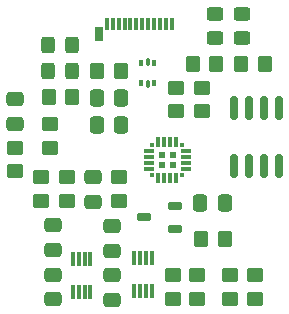
<source format=gbr>
%TF.GenerationSoftware,KiCad,Pcbnew,9.0.4*%
%TF.CreationDate,2025-09-03T14:58:50+05:30*%
%TF.ProjectId,usb-c serieal kicad,7573622d-6320-4736-9572-6965616c206b,rev?*%
%TF.SameCoordinates,Original*%
%TF.FileFunction,Paste,Top*%
%TF.FilePolarity,Positive*%
%FSLAX46Y46*%
G04 Gerber Fmt 4.6, Leading zero omitted, Abs format (unit mm)*
G04 Created by KiCad (PCBNEW 9.0.4) date 2025-09-03 14:58:50*
%MOMM*%
%LPD*%
G01*
G04 APERTURE LIST*
G04 Aperture macros list*
%AMRoundRect*
0 Rectangle with rounded corners*
0 $1 Rounding radius*
0 $2 $3 $4 $5 $6 $7 $8 $9 X,Y pos of 4 corners*
0 Add a 4 corners polygon primitive as box body*
4,1,4,$2,$3,$4,$5,$6,$7,$8,$9,$2,$3,0*
0 Add four circle primitives for the rounded corners*
1,1,$1+$1,$2,$3*
1,1,$1+$1,$4,$5*
1,1,$1+$1,$6,$7*
1,1,$1+$1,$8,$9*
0 Add four rect primitives between the rounded corners*
20,1,$1+$1,$2,$3,$4,$5,0*
20,1,$1+$1,$4,$5,$6,$7,0*
20,1,$1+$1,$6,$7,$8,$9,0*
20,1,$1+$1,$8,$9,$2,$3,0*%
G04 Aperture macros list end*
%ADD10R,0.700000X1.150000*%
%ADD11R,0.380000X1.000000*%
%ADD12RoundRect,0.250000X0.450000X-0.325000X0.450000X0.325000X-0.450000X0.325000X-0.450000X-0.325000X0*%
%ADD13RoundRect,0.250000X0.325000X0.450000X-0.325000X0.450000X-0.325000X-0.450000X0.325000X-0.450000X0*%
%ADD14RoundRect,0.250000X-0.475000X0.337500X-0.475000X-0.337500X0.475000X-0.337500X0.475000X0.337500X0*%
%ADD15RoundRect,0.250000X-0.450000X0.350000X-0.450000X-0.350000X0.450000X-0.350000X0.450000X0.350000X0*%
%ADD16RoundRect,0.250000X0.475000X-0.337500X0.475000X0.337500X-0.475000X0.337500X-0.475000X-0.337500X0*%
%ADD17RoundRect,0.087500X0.087500X-0.537500X0.087500X0.537500X-0.087500X0.537500X-0.087500X-0.537500X0*%
%ADD18RoundRect,0.250000X0.450000X-0.350000X0.450000X0.350000X-0.450000X0.350000X-0.450000X-0.350000X0*%
%ADD19RoundRect,0.250000X-0.350000X-0.450000X0.350000X-0.450000X0.350000X0.450000X-0.350000X0.450000X0*%
%ADD20RoundRect,0.250000X0.337500X0.475000X-0.337500X0.475000X-0.337500X-0.475000X0.337500X-0.475000X0*%
%ADD21RoundRect,0.250000X0.350000X0.450000X-0.350000X0.450000X-0.350000X-0.450000X0.350000X-0.450000X0*%
%ADD22RoundRect,0.150000X-0.150000X0.825000X-0.150000X-0.825000X0.150000X-0.825000X0.150000X0.825000X0*%
%ADD23RoundRect,0.250000X-0.337500X-0.475000X0.337500X-0.475000X0.337500X0.475000X-0.337500X0.475000X0*%
%ADD24RoundRect,0.093750X-0.093750X0.156250X-0.093750X-0.156250X0.093750X-0.156250X0.093750X0.156250X0*%
%ADD25RoundRect,0.075000X-0.075000X0.250000X-0.075000X-0.250000X0.075000X-0.250000X0.075000X0.250000X0*%
%ADD26RoundRect,0.162500X0.447500X0.162500X-0.447500X0.162500X-0.447500X-0.162500X0.447500X-0.162500X0*%
%ADD27R,0.540000X0.540000*%
%ADD28R,0.300000X0.300000*%
%ADD29R,0.300000X0.900000*%
%ADD30R,0.900000X0.300000*%
G04 APERTURE END LIST*
D10*
%TO.C,P1*%
X129967868Y-121967868D03*
D11*
X136137868Y-121127868D03*
X135637868Y-121127868D03*
X135137868Y-121127868D03*
X134637868Y-121127868D03*
X134137868Y-121127868D03*
X133637868Y-121127868D03*
X133137868Y-121127868D03*
X132637868Y-121127868D03*
X132137868Y-121127868D03*
X131637868Y-121127868D03*
X131137868Y-121127868D03*
X130637868Y-121127868D03*
%TD*%
D12*
%TO.C,LED2*%
X139800000Y-122325000D03*
X139800000Y-120275000D03*
%TD*%
D13*
%TO.C,LED1*%
X127725000Y-125100000D03*
X125675000Y-125100000D03*
%TD*%
D14*
%TO.C,C2*%
X126100000Y-138162500D03*
X126100000Y-140237500D03*
%TD*%
D15*
%TO.C,R13*%
X122900000Y-131600000D03*
X122900000Y-133600000D03*
%TD*%
D16*
%TO.C,C7*%
X129500000Y-136165000D03*
X129500000Y-134090000D03*
%TD*%
D17*
%TO.C,U4*%
X132950000Y-143730000D03*
X133450000Y-143730000D03*
X133950000Y-143730000D03*
X134450000Y-143730000D03*
X134450000Y-140930000D03*
X133950000Y-140930000D03*
X133450000Y-140930000D03*
X132950000Y-140930000D03*
%TD*%
D18*
%TO.C,R2*%
X143200000Y-144400000D03*
X143200000Y-142400000D03*
%TD*%
%TO.C,R12*%
X125800000Y-131600000D03*
X125800000Y-129600000D03*
%TD*%
D12*
%TO.C,LED3*%
X142100000Y-122325000D03*
X142100000Y-120275000D03*
%TD*%
D19*
%TO.C,R10*%
X137900000Y-124500000D03*
X139900000Y-124500000D03*
%TD*%
D20*
%TO.C,C8*%
X131837500Y-127400000D03*
X129762500Y-127400000D03*
%TD*%
D16*
%TO.C,C4*%
X131100000Y-144452500D03*
X131100000Y-142377500D03*
%TD*%
D18*
%TO.C,R16*%
X138700000Y-128500000D03*
X138700000Y-126500000D03*
%TD*%
%TO.C,R15*%
X136500000Y-128500000D03*
X136500000Y-126500000D03*
%TD*%
D16*
%TO.C,C6*%
X122900000Y-129600000D03*
X122900000Y-127512500D03*
%TD*%
D13*
%TO.C,L1*%
X127725000Y-122902531D03*
X125675000Y-122902531D03*
%TD*%
D15*
%TO.C,R14*%
X131700000Y-134097500D03*
X131700000Y-136097500D03*
%TD*%
D21*
%TO.C,R3*%
X140600000Y-139300000D03*
X138600000Y-139300000D03*
%TD*%
D22*
%TO.C,U2*%
X145205000Y-128225000D03*
X143935000Y-128225000D03*
X142665000Y-128225000D03*
X141395000Y-128225000D03*
X141395000Y-133175000D03*
X142665000Y-133175000D03*
X143935000Y-133175000D03*
X145205000Y-133175000D03*
%TD*%
D18*
%TO.C,R5*%
X141100000Y-144400000D03*
X141100000Y-142400000D03*
%TD*%
D20*
%TO.C,C9*%
X131837500Y-129700000D03*
X129762500Y-129700000D03*
%TD*%
D18*
%TO.C,R8*%
X127300000Y-136097500D03*
X127300000Y-134097500D03*
%TD*%
D14*
%TO.C,C5*%
X131100000Y-138262500D03*
X131100000Y-140337500D03*
%TD*%
D17*
%TO.C,U3*%
X127750000Y-143815000D03*
X128250000Y-143815000D03*
X128750000Y-143815000D03*
X129250000Y-143815000D03*
X129250000Y-141015000D03*
X128750000Y-141015000D03*
X128250000Y-141015000D03*
X127750000Y-141015000D03*
%TD*%
D23*
%TO.C,C1*%
X138562500Y-136300000D03*
X140637500Y-136300000D03*
%TD*%
D24*
%TO.C,U1*%
X134637500Y-124450000D03*
D25*
X134100000Y-124375000D03*
D24*
X133562500Y-124450000D03*
X133562500Y-126150000D03*
D25*
X134100000Y-126225000D03*
D24*
X134637500Y-126150000D03*
%TD*%
D21*
%TO.C,R11*%
X144000000Y-124500000D03*
X142000000Y-124500000D03*
%TD*%
D18*
%TO.C,R7*%
X136200000Y-144400000D03*
X136200000Y-142400000D03*
%TD*%
%TO.C,R4*%
X138300000Y-144400000D03*
X138300000Y-142400000D03*
%TD*%
%TO.C,R6*%
X125100000Y-136097500D03*
X125100000Y-134097500D03*
%TD*%
D26*
%TO.C,T1*%
X136410000Y-138450000D03*
X136410000Y-136550000D03*
X133790000Y-137500000D03*
%TD*%
D16*
%TO.C,C3*%
X126100000Y-144437500D03*
X126100000Y-142362500D03*
%TD*%
D21*
%TO.C,R9*%
X127700000Y-127300000D03*
X125700000Y-127300000D03*
%TD*%
D27*
%TO.C,U5*%
X136200000Y-132200000D03*
X135300000Y-132200000D03*
X136200000Y-133100000D03*
X135300000Y-133100000D03*
D28*
X137000000Y-131400000D03*
D29*
X136500000Y-131100000D03*
X136000000Y-131100000D03*
X135500000Y-131100000D03*
X135000000Y-131100000D03*
D28*
X134500000Y-131400000D03*
D30*
X134200000Y-131900000D03*
X134200000Y-132400000D03*
X134200000Y-132900000D03*
X134200000Y-133400000D03*
D28*
X134500000Y-133900000D03*
D29*
X135000000Y-134200000D03*
X135500000Y-134200000D03*
X136000000Y-134200000D03*
X136500000Y-134200000D03*
D28*
X137000000Y-133900000D03*
D30*
X137300000Y-133400000D03*
X137300000Y-132900000D03*
X137300000Y-132400000D03*
X137300000Y-131900000D03*
%TD*%
D21*
%TO.C,R1*%
X131800000Y-125100000D03*
X129800000Y-125100000D03*
%TD*%
M02*

</source>
